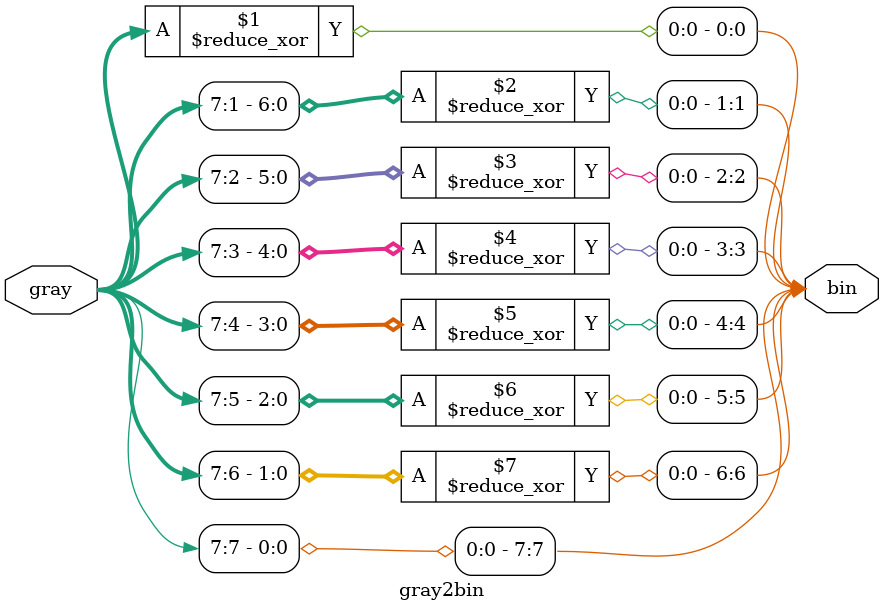
<source format=v>
`timescale 1ns / 1ns


module gray2bin
    #(parameter DATA_WIDTH = 8)(
    input [DATA_WIDTH-1:0] gray,
    output [DATA_WIDTH-1:0] bin
    );
    
    genvar i;
    generate
        for(i=0;i<DATA_WIDTH;i=i+1)
        begin : bit_gen
            assign bin[i]= ^gray[DATA_WIDTH-1:i];
        end
    endgenerate
    
endmodule

</source>
